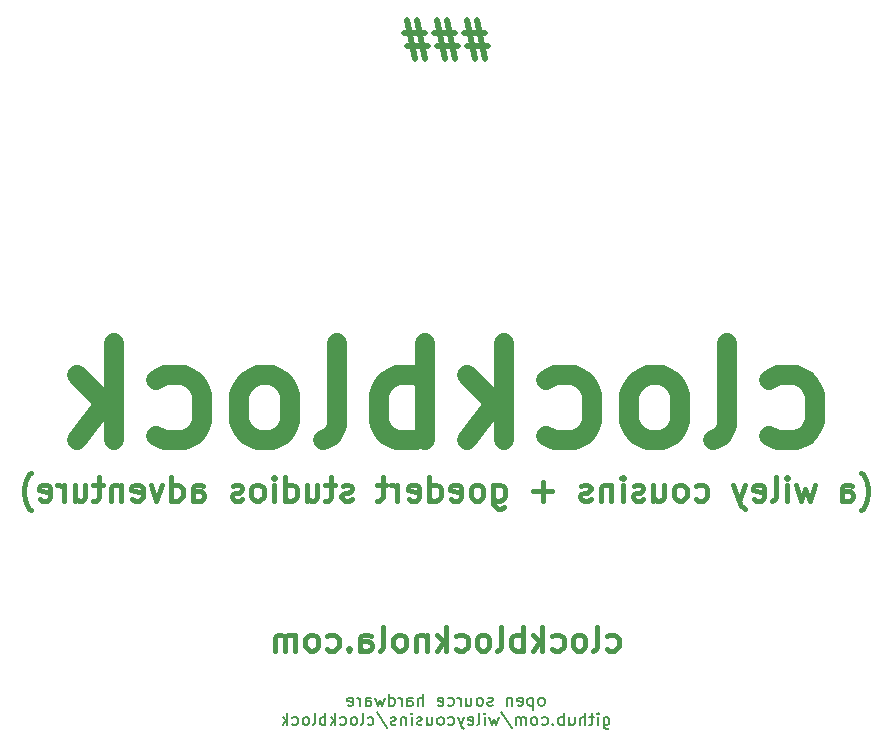
<source format=gbo>
G04 (created by PCBNEW (2013-07-07 BZR 4022)-stable) date 11/9/2013 6:13:16 PM*
%MOIN*%
G04 Gerber Fmt 3.4, Leading zero omitted, Abs format*
%FSLAX34Y34*%
G01*
G70*
G90*
G04 APERTURE LIST*
%ADD10C,0.006*%
%ADD11C,0.02*%
%ADD12C,0.008*%
%ADD13C,0.016*%
%ADD14C,0.065*%
%ADD15R,0.0729291X0.0729291*%
%ADD16C,0.0729291*%
%ADD17C,0.147732*%
%ADD18C,0.021*%
%ADD19C,0.104425*%
G04 APERTURE END LIST*
G54D10*
G54D11*
X16309Y27261D02*
X15595Y27261D01*
X16023Y27690D02*
X16309Y26404D01*
X15690Y26833D02*
X16404Y26833D01*
X15976Y26404D02*
X15690Y27690D01*
X15309Y27261D02*
X14595Y27261D01*
X15023Y27690D02*
X15309Y26404D01*
X14690Y26833D02*
X15404Y26833D01*
X14976Y26404D02*
X14690Y27690D01*
X14309Y27261D02*
X13595Y27261D01*
X14023Y27690D02*
X14309Y26404D01*
X13690Y26833D02*
X14404Y26833D01*
X13976Y26404D02*
X13690Y27690D01*
G54D12*
X18209Y4838D02*
X18247Y4857D01*
X18266Y4876D01*
X18285Y4914D01*
X18285Y5028D01*
X18266Y5066D01*
X18247Y5085D01*
X18209Y5104D01*
X18152Y5104D01*
X18114Y5085D01*
X18095Y5066D01*
X18076Y5028D01*
X18076Y4914D01*
X18095Y4876D01*
X18114Y4857D01*
X18152Y4838D01*
X18209Y4838D01*
X17904Y5104D02*
X17904Y4704D01*
X17904Y5085D02*
X17866Y5104D01*
X17790Y5104D01*
X17752Y5085D01*
X17733Y5066D01*
X17714Y5028D01*
X17714Y4914D01*
X17733Y4876D01*
X17752Y4857D01*
X17790Y4838D01*
X17866Y4838D01*
X17904Y4857D01*
X17390Y4857D02*
X17428Y4838D01*
X17504Y4838D01*
X17542Y4857D01*
X17561Y4895D01*
X17561Y5047D01*
X17542Y5085D01*
X17504Y5104D01*
X17428Y5104D01*
X17390Y5085D01*
X17371Y5047D01*
X17371Y5009D01*
X17561Y4971D01*
X17199Y5104D02*
X17199Y4838D01*
X17199Y5066D02*
X17180Y5085D01*
X17142Y5104D01*
X17085Y5104D01*
X17047Y5085D01*
X17028Y5047D01*
X17028Y4838D01*
X16552Y4857D02*
X16514Y4838D01*
X16438Y4838D01*
X16399Y4857D01*
X16380Y4895D01*
X16380Y4914D01*
X16399Y4952D01*
X16438Y4971D01*
X16495Y4971D01*
X16533Y4990D01*
X16552Y5028D01*
X16552Y5047D01*
X16533Y5085D01*
X16495Y5104D01*
X16438Y5104D01*
X16399Y5085D01*
X16152Y4838D02*
X16190Y4857D01*
X16209Y4876D01*
X16228Y4914D01*
X16228Y5028D01*
X16209Y5066D01*
X16190Y5085D01*
X16152Y5104D01*
X16095Y5104D01*
X16057Y5085D01*
X16038Y5066D01*
X16019Y5028D01*
X16019Y4914D01*
X16038Y4876D01*
X16057Y4857D01*
X16095Y4838D01*
X16152Y4838D01*
X15676Y5104D02*
X15676Y4838D01*
X15847Y5104D02*
X15847Y4895D01*
X15828Y4857D01*
X15790Y4838D01*
X15733Y4838D01*
X15695Y4857D01*
X15676Y4876D01*
X15485Y4838D02*
X15485Y5104D01*
X15485Y5028D02*
X15466Y5066D01*
X15447Y5085D01*
X15409Y5104D01*
X15371Y5104D01*
X15066Y4857D02*
X15104Y4838D01*
X15180Y4838D01*
X15219Y4857D01*
X15238Y4876D01*
X15257Y4914D01*
X15257Y5028D01*
X15238Y5066D01*
X15219Y5085D01*
X15180Y5104D01*
X15104Y5104D01*
X15066Y5085D01*
X14742Y4857D02*
X14780Y4838D01*
X14857Y4838D01*
X14895Y4857D01*
X14914Y4895D01*
X14914Y5047D01*
X14895Y5085D01*
X14857Y5104D01*
X14780Y5104D01*
X14742Y5085D01*
X14723Y5047D01*
X14723Y5009D01*
X14914Y4971D01*
X14247Y4838D02*
X14247Y5238D01*
X14076Y4838D02*
X14076Y5047D01*
X14095Y5085D01*
X14133Y5104D01*
X14190Y5104D01*
X14228Y5085D01*
X14247Y5066D01*
X13714Y4838D02*
X13714Y5047D01*
X13733Y5085D01*
X13771Y5104D01*
X13847Y5104D01*
X13885Y5085D01*
X13714Y4857D02*
X13752Y4838D01*
X13847Y4838D01*
X13885Y4857D01*
X13904Y4895D01*
X13904Y4933D01*
X13885Y4971D01*
X13847Y4990D01*
X13752Y4990D01*
X13714Y5009D01*
X13523Y4838D02*
X13523Y5104D01*
X13523Y5028D02*
X13504Y5066D01*
X13485Y5085D01*
X13447Y5104D01*
X13409Y5104D01*
X13104Y4838D02*
X13104Y5238D01*
X13104Y4857D02*
X13142Y4838D01*
X13219Y4838D01*
X13257Y4857D01*
X13276Y4876D01*
X13295Y4914D01*
X13295Y5028D01*
X13276Y5066D01*
X13257Y5085D01*
X13219Y5104D01*
X13142Y5104D01*
X13104Y5085D01*
X12952Y5104D02*
X12876Y4838D01*
X12800Y5028D01*
X12723Y4838D01*
X12647Y5104D01*
X12323Y4838D02*
X12323Y5047D01*
X12342Y5085D01*
X12380Y5104D01*
X12457Y5104D01*
X12495Y5085D01*
X12323Y4857D02*
X12361Y4838D01*
X12457Y4838D01*
X12495Y4857D01*
X12514Y4895D01*
X12514Y4933D01*
X12495Y4971D01*
X12457Y4990D01*
X12361Y4990D01*
X12323Y5009D01*
X12133Y4838D02*
X12133Y5104D01*
X12133Y5028D02*
X12114Y5066D01*
X12095Y5085D01*
X12057Y5104D01*
X12019Y5104D01*
X11733Y4857D02*
X11771Y4838D01*
X11847Y4838D01*
X11885Y4857D01*
X11904Y4895D01*
X11904Y5047D01*
X11885Y5085D01*
X11847Y5104D01*
X11771Y5104D01*
X11733Y5085D01*
X11714Y5047D01*
X11714Y5009D01*
X11904Y4971D01*
X20257Y4464D02*
X20257Y4140D01*
X20276Y4102D01*
X20295Y4083D01*
X20333Y4064D01*
X20390Y4064D01*
X20428Y4083D01*
X20257Y4217D02*
X20295Y4198D01*
X20371Y4198D01*
X20409Y4217D01*
X20428Y4236D01*
X20447Y4274D01*
X20447Y4388D01*
X20428Y4426D01*
X20409Y4445D01*
X20371Y4464D01*
X20295Y4464D01*
X20257Y4445D01*
X20066Y4198D02*
X20066Y4464D01*
X20066Y4598D02*
X20085Y4579D01*
X20066Y4560D01*
X20047Y4579D01*
X20066Y4598D01*
X20066Y4560D01*
X19933Y4464D02*
X19780Y4464D01*
X19876Y4598D02*
X19876Y4255D01*
X19857Y4217D01*
X19819Y4198D01*
X19780Y4198D01*
X19647Y4198D02*
X19647Y4598D01*
X19476Y4198D02*
X19476Y4407D01*
X19495Y4445D01*
X19533Y4464D01*
X19590Y4464D01*
X19628Y4445D01*
X19647Y4426D01*
X19114Y4464D02*
X19114Y4198D01*
X19285Y4464D02*
X19285Y4255D01*
X19266Y4217D01*
X19228Y4198D01*
X19171Y4198D01*
X19133Y4217D01*
X19114Y4236D01*
X18923Y4198D02*
X18923Y4598D01*
X18923Y4445D02*
X18885Y4464D01*
X18809Y4464D01*
X18771Y4445D01*
X18752Y4426D01*
X18733Y4388D01*
X18733Y4274D01*
X18752Y4236D01*
X18771Y4217D01*
X18809Y4198D01*
X18885Y4198D01*
X18923Y4217D01*
X18561Y4236D02*
X18542Y4217D01*
X18561Y4198D01*
X18580Y4217D01*
X18561Y4236D01*
X18561Y4198D01*
X18199Y4217D02*
X18238Y4198D01*
X18314Y4198D01*
X18352Y4217D01*
X18371Y4236D01*
X18390Y4274D01*
X18390Y4388D01*
X18371Y4426D01*
X18352Y4445D01*
X18314Y4464D01*
X18238Y4464D01*
X18199Y4445D01*
X17971Y4198D02*
X18009Y4217D01*
X18028Y4236D01*
X18047Y4274D01*
X18047Y4388D01*
X18028Y4426D01*
X18009Y4445D01*
X17971Y4464D01*
X17914Y4464D01*
X17876Y4445D01*
X17857Y4426D01*
X17838Y4388D01*
X17838Y4274D01*
X17857Y4236D01*
X17876Y4217D01*
X17914Y4198D01*
X17971Y4198D01*
X17666Y4198D02*
X17666Y4464D01*
X17666Y4426D02*
X17647Y4445D01*
X17609Y4464D01*
X17552Y4464D01*
X17514Y4445D01*
X17495Y4407D01*
X17495Y4198D01*
X17495Y4407D02*
X17476Y4445D01*
X17438Y4464D01*
X17380Y4464D01*
X17342Y4445D01*
X17323Y4407D01*
X17323Y4198D01*
X16847Y4617D02*
X17190Y4102D01*
X16752Y4464D02*
X16676Y4198D01*
X16599Y4388D01*
X16523Y4198D01*
X16447Y4464D01*
X16295Y4198D02*
X16295Y4464D01*
X16295Y4598D02*
X16314Y4579D01*
X16295Y4560D01*
X16276Y4579D01*
X16295Y4598D01*
X16295Y4560D01*
X16047Y4198D02*
X16085Y4217D01*
X16104Y4255D01*
X16104Y4598D01*
X15742Y4217D02*
X15780Y4198D01*
X15857Y4198D01*
X15895Y4217D01*
X15914Y4255D01*
X15914Y4407D01*
X15895Y4445D01*
X15857Y4464D01*
X15780Y4464D01*
X15742Y4445D01*
X15723Y4407D01*
X15723Y4369D01*
X15914Y4331D01*
X15590Y4464D02*
X15495Y4198D01*
X15399Y4464D02*
X15495Y4198D01*
X15533Y4102D01*
X15552Y4083D01*
X15590Y4064D01*
X15076Y4217D02*
X15114Y4198D01*
X15190Y4198D01*
X15228Y4217D01*
X15247Y4236D01*
X15266Y4274D01*
X15266Y4388D01*
X15247Y4426D01*
X15228Y4445D01*
X15190Y4464D01*
X15114Y4464D01*
X15076Y4445D01*
X14847Y4198D02*
X14885Y4217D01*
X14904Y4236D01*
X14923Y4274D01*
X14923Y4388D01*
X14904Y4426D01*
X14885Y4445D01*
X14847Y4464D01*
X14790Y4464D01*
X14752Y4445D01*
X14733Y4426D01*
X14714Y4388D01*
X14714Y4274D01*
X14733Y4236D01*
X14752Y4217D01*
X14790Y4198D01*
X14847Y4198D01*
X14371Y4464D02*
X14371Y4198D01*
X14542Y4464D02*
X14542Y4255D01*
X14523Y4217D01*
X14485Y4198D01*
X14428Y4198D01*
X14390Y4217D01*
X14371Y4236D01*
X14199Y4217D02*
X14161Y4198D01*
X14085Y4198D01*
X14047Y4217D01*
X14028Y4255D01*
X14028Y4274D01*
X14047Y4312D01*
X14085Y4331D01*
X14142Y4331D01*
X14180Y4350D01*
X14199Y4388D01*
X14199Y4407D01*
X14180Y4445D01*
X14142Y4464D01*
X14085Y4464D01*
X14047Y4445D01*
X13857Y4198D02*
X13857Y4464D01*
X13857Y4598D02*
X13876Y4579D01*
X13857Y4560D01*
X13838Y4579D01*
X13857Y4598D01*
X13857Y4560D01*
X13666Y4464D02*
X13666Y4198D01*
X13666Y4426D02*
X13647Y4445D01*
X13609Y4464D01*
X13552Y4464D01*
X13514Y4445D01*
X13495Y4407D01*
X13495Y4198D01*
X13323Y4217D02*
X13285Y4198D01*
X13209Y4198D01*
X13171Y4217D01*
X13152Y4255D01*
X13152Y4274D01*
X13171Y4312D01*
X13209Y4331D01*
X13266Y4331D01*
X13304Y4350D01*
X13323Y4388D01*
X13323Y4407D01*
X13304Y4445D01*
X13266Y4464D01*
X13209Y4464D01*
X13171Y4445D01*
X12695Y4617D02*
X13038Y4102D01*
X12390Y4217D02*
X12428Y4198D01*
X12504Y4198D01*
X12542Y4217D01*
X12561Y4236D01*
X12580Y4274D01*
X12580Y4388D01*
X12561Y4426D01*
X12542Y4445D01*
X12504Y4464D01*
X12428Y4464D01*
X12390Y4445D01*
X12161Y4198D02*
X12199Y4217D01*
X12219Y4255D01*
X12219Y4598D01*
X11952Y4198D02*
X11990Y4217D01*
X12009Y4236D01*
X12028Y4274D01*
X12028Y4388D01*
X12009Y4426D01*
X11990Y4445D01*
X11952Y4464D01*
X11895Y4464D01*
X11857Y4445D01*
X11838Y4426D01*
X11819Y4388D01*
X11819Y4274D01*
X11838Y4236D01*
X11857Y4217D01*
X11895Y4198D01*
X11952Y4198D01*
X11476Y4217D02*
X11514Y4198D01*
X11590Y4198D01*
X11628Y4217D01*
X11647Y4236D01*
X11666Y4274D01*
X11666Y4388D01*
X11647Y4426D01*
X11628Y4445D01*
X11590Y4464D01*
X11514Y4464D01*
X11476Y4445D01*
X11304Y4198D02*
X11304Y4598D01*
X11266Y4350D02*
X11152Y4198D01*
X11152Y4464D02*
X11304Y4312D01*
X10980Y4198D02*
X10980Y4598D01*
X10980Y4445D02*
X10942Y4464D01*
X10866Y4464D01*
X10828Y4445D01*
X10809Y4426D01*
X10790Y4388D01*
X10790Y4274D01*
X10809Y4236D01*
X10828Y4217D01*
X10866Y4198D01*
X10942Y4198D01*
X10980Y4217D01*
X10561Y4198D02*
X10600Y4217D01*
X10619Y4255D01*
X10619Y4598D01*
X10352Y4198D02*
X10390Y4217D01*
X10409Y4236D01*
X10428Y4274D01*
X10428Y4388D01*
X10409Y4426D01*
X10390Y4445D01*
X10352Y4464D01*
X10295Y4464D01*
X10257Y4445D01*
X10238Y4426D01*
X10219Y4388D01*
X10219Y4274D01*
X10238Y4236D01*
X10257Y4217D01*
X10295Y4198D01*
X10352Y4198D01*
X9876Y4217D02*
X9914Y4198D01*
X9990Y4198D01*
X10028Y4217D01*
X10047Y4236D01*
X10066Y4274D01*
X10066Y4388D01*
X10047Y4426D01*
X10028Y4445D01*
X9990Y4464D01*
X9914Y4464D01*
X9876Y4445D01*
X9704Y4198D02*
X9704Y4598D01*
X9666Y4350D02*
X9552Y4198D01*
X9552Y4464D02*
X9704Y4312D01*
G54D13*
X20371Y6714D02*
X20447Y6676D01*
X20599Y6676D01*
X20676Y6714D01*
X20714Y6752D01*
X20752Y6828D01*
X20752Y7057D01*
X20714Y7133D01*
X20676Y7171D01*
X20599Y7209D01*
X20447Y7209D01*
X20371Y7171D01*
X19914Y6676D02*
X19990Y6714D01*
X20028Y6790D01*
X20028Y7476D01*
X19495Y6676D02*
X19571Y6714D01*
X19609Y6752D01*
X19647Y6828D01*
X19647Y7057D01*
X19609Y7133D01*
X19571Y7171D01*
X19495Y7209D01*
X19380Y7209D01*
X19304Y7171D01*
X19266Y7133D01*
X19228Y7057D01*
X19228Y6828D01*
X19266Y6752D01*
X19304Y6714D01*
X19380Y6676D01*
X19495Y6676D01*
X18542Y6714D02*
X18619Y6676D01*
X18771Y6676D01*
X18847Y6714D01*
X18885Y6752D01*
X18923Y6828D01*
X18923Y7057D01*
X18885Y7133D01*
X18847Y7171D01*
X18771Y7209D01*
X18619Y7209D01*
X18542Y7171D01*
X18199Y6676D02*
X18199Y7476D01*
X18123Y6980D02*
X17895Y6676D01*
X17895Y7209D02*
X18199Y6904D01*
X17552Y6676D02*
X17552Y7476D01*
X17552Y7171D02*
X17476Y7209D01*
X17323Y7209D01*
X17247Y7171D01*
X17209Y7133D01*
X17171Y7057D01*
X17171Y6828D01*
X17209Y6752D01*
X17247Y6714D01*
X17323Y6676D01*
X17476Y6676D01*
X17552Y6714D01*
X16714Y6676D02*
X16790Y6714D01*
X16828Y6790D01*
X16828Y7476D01*
X16295Y6676D02*
X16371Y6714D01*
X16409Y6752D01*
X16447Y6828D01*
X16447Y7057D01*
X16409Y7133D01*
X16371Y7171D01*
X16295Y7209D01*
X16180Y7209D01*
X16104Y7171D01*
X16066Y7133D01*
X16028Y7057D01*
X16028Y6828D01*
X16066Y6752D01*
X16104Y6714D01*
X16180Y6676D01*
X16295Y6676D01*
X15342Y6714D02*
X15419Y6676D01*
X15571Y6676D01*
X15647Y6714D01*
X15685Y6752D01*
X15723Y6828D01*
X15723Y7057D01*
X15685Y7133D01*
X15647Y7171D01*
X15571Y7209D01*
X15419Y7209D01*
X15342Y7171D01*
X14999Y6676D02*
X14999Y7476D01*
X14923Y6980D02*
X14695Y6676D01*
X14695Y7209D02*
X14999Y6904D01*
X14352Y7209D02*
X14352Y6676D01*
X14352Y7133D02*
X14314Y7171D01*
X14238Y7209D01*
X14123Y7209D01*
X14047Y7171D01*
X14009Y7095D01*
X14009Y6676D01*
X13514Y6676D02*
X13590Y6714D01*
X13628Y6752D01*
X13666Y6828D01*
X13666Y7057D01*
X13628Y7133D01*
X13590Y7171D01*
X13514Y7209D01*
X13400Y7209D01*
X13323Y7171D01*
X13285Y7133D01*
X13247Y7057D01*
X13247Y6828D01*
X13285Y6752D01*
X13323Y6714D01*
X13400Y6676D01*
X13514Y6676D01*
X12790Y6676D02*
X12866Y6714D01*
X12904Y6790D01*
X12904Y7476D01*
X12142Y6676D02*
X12142Y7095D01*
X12180Y7171D01*
X12257Y7209D01*
X12409Y7209D01*
X12485Y7171D01*
X12142Y6714D02*
X12219Y6676D01*
X12409Y6676D01*
X12485Y6714D01*
X12523Y6790D01*
X12523Y6866D01*
X12485Y6942D01*
X12409Y6980D01*
X12219Y6980D01*
X12142Y7019D01*
X11761Y6752D02*
X11723Y6714D01*
X11761Y6676D01*
X11800Y6714D01*
X11761Y6752D01*
X11761Y6676D01*
X11038Y6714D02*
X11114Y6676D01*
X11266Y6676D01*
X11342Y6714D01*
X11380Y6752D01*
X11419Y6828D01*
X11419Y7057D01*
X11380Y7133D01*
X11342Y7171D01*
X11266Y7209D01*
X11114Y7209D01*
X11038Y7171D01*
X10580Y6676D02*
X10657Y6714D01*
X10695Y6752D01*
X10733Y6828D01*
X10733Y7057D01*
X10695Y7133D01*
X10657Y7171D01*
X10580Y7209D01*
X10466Y7209D01*
X10390Y7171D01*
X10352Y7133D01*
X10314Y7057D01*
X10314Y6828D01*
X10352Y6752D01*
X10390Y6714D01*
X10466Y6676D01*
X10580Y6676D01*
X9971Y6676D02*
X9971Y7209D01*
X9971Y7133D02*
X9933Y7171D01*
X9857Y7209D01*
X9742Y7209D01*
X9666Y7171D01*
X9628Y7095D01*
X9628Y6676D01*
X9628Y7095D02*
X9590Y7171D01*
X9514Y7209D01*
X9400Y7209D01*
X9323Y7171D01*
X9285Y7095D01*
X9285Y6676D01*
X28847Y11371D02*
X28885Y11409D01*
X28961Y11523D01*
X28999Y11600D01*
X29038Y11714D01*
X29076Y11904D01*
X29076Y12057D01*
X29038Y12247D01*
X28999Y12361D01*
X28961Y12438D01*
X28885Y12552D01*
X28847Y12590D01*
X28199Y11676D02*
X28199Y12095D01*
X28238Y12171D01*
X28314Y12209D01*
X28466Y12209D01*
X28542Y12171D01*
X28199Y11714D02*
X28276Y11676D01*
X28466Y11676D01*
X28542Y11714D01*
X28580Y11790D01*
X28580Y11866D01*
X28542Y11942D01*
X28466Y11980D01*
X28276Y11980D01*
X28199Y12019D01*
X27285Y12209D02*
X27133Y11676D01*
X26980Y12057D01*
X26828Y11676D01*
X26676Y12209D01*
X26371Y11676D02*
X26371Y12209D01*
X26371Y12476D02*
X26409Y12438D01*
X26371Y12400D01*
X26333Y12438D01*
X26371Y12476D01*
X26371Y12400D01*
X25876Y11676D02*
X25952Y11714D01*
X25990Y11790D01*
X25990Y12476D01*
X25266Y11714D02*
X25342Y11676D01*
X25495Y11676D01*
X25571Y11714D01*
X25609Y11790D01*
X25609Y12095D01*
X25571Y12171D01*
X25495Y12209D01*
X25342Y12209D01*
X25266Y12171D01*
X25228Y12095D01*
X25228Y12019D01*
X25609Y11942D01*
X24961Y12209D02*
X24771Y11676D01*
X24580Y12209D02*
X24771Y11676D01*
X24847Y11485D01*
X24885Y11447D01*
X24961Y11409D01*
X23323Y11714D02*
X23399Y11676D01*
X23552Y11676D01*
X23628Y11714D01*
X23666Y11752D01*
X23704Y11828D01*
X23704Y12057D01*
X23666Y12133D01*
X23628Y12171D01*
X23552Y12209D01*
X23399Y12209D01*
X23323Y12171D01*
X22866Y11676D02*
X22942Y11714D01*
X22980Y11752D01*
X23019Y11828D01*
X23019Y12057D01*
X22980Y12133D01*
X22942Y12171D01*
X22866Y12209D01*
X22752Y12209D01*
X22676Y12171D01*
X22638Y12133D01*
X22599Y12057D01*
X22599Y11828D01*
X22638Y11752D01*
X22676Y11714D01*
X22752Y11676D01*
X22866Y11676D01*
X21914Y12209D02*
X21914Y11676D01*
X22257Y12209D02*
X22257Y11790D01*
X22219Y11714D01*
X22142Y11676D01*
X22028Y11676D01*
X21952Y11714D01*
X21914Y11752D01*
X21571Y11714D02*
X21495Y11676D01*
X21342Y11676D01*
X21266Y11714D01*
X21228Y11790D01*
X21228Y11828D01*
X21266Y11904D01*
X21342Y11942D01*
X21457Y11942D01*
X21533Y11980D01*
X21571Y12057D01*
X21571Y12095D01*
X21533Y12171D01*
X21457Y12209D01*
X21342Y12209D01*
X21266Y12171D01*
X20885Y11676D02*
X20885Y12209D01*
X20885Y12476D02*
X20923Y12438D01*
X20885Y12400D01*
X20847Y12438D01*
X20885Y12476D01*
X20885Y12400D01*
X20504Y12209D02*
X20504Y11676D01*
X20504Y12133D02*
X20466Y12171D01*
X20390Y12209D01*
X20276Y12209D01*
X20199Y12171D01*
X20161Y12095D01*
X20161Y11676D01*
X19819Y11714D02*
X19742Y11676D01*
X19590Y11676D01*
X19514Y11714D01*
X19476Y11790D01*
X19476Y11828D01*
X19514Y11904D01*
X19590Y11942D01*
X19704Y11942D01*
X19780Y11980D01*
X19819Y12057D01*
X19819Y12095D01*
X19780Y12171D01*
X19704Y12209D01*
X19590Y12209D01*
X19514Y12171D01*
X18523Y11980D02*
X17914Y11980D01*
X18219Y11676D02*
X18219Y12285D01*
X16580Y12209D02*
X16580Y11561D01*
X16619Y11485D01*
X16657Y11447D01*
X16733Y11409D01*
X16847Y11409D01*
X16923Y11447D01*
X16580Y11714D02*
X16657Y11676D01*
X16809Y11676D01*
X16885Y11714D01*
X16923Y11752D01*
X16961Y11828D01*
X16961Y12057D01*
X16923Y12133D01*
X16885Y12171D01*
X16809Y12209D01*
X16657Y12209D01*
X16580Y12171D01*
X16085Y11676D02*
X16161Y11714D01*
X16199Y11752D01*
X16238Y11828D01*
X16238Y12057D01*
X16199Y12133D01*
X16161Y12171D01*
X16085Y12209D01*
X15971Y12209D01*
X15895Y12171D01*
X15857Y12133D01*
X15819Y12057D01*
X15819Y11828D01*
X15857Y11752D01*
X15895Y11714D01*
X15971Y11676D01*
X16085Y11676D01*
X15171Y11714D02*
X15247Y11676D01*
X15400Y11676D01*
X15476Y11714D01*
X15514Y11790D01*
X15514Y12095D01*
X15476Y12171D01*
X15400Y12209D01*
X15247Y12209D01*
X15171Y12171D01*
X15133Y12095D01*
X15133Y12019D01*
X15514Y11942D01*
X14447Y11676D02*
X14447Y12476D01*
X14447Y11714D02*
X14523Y11676D01*
X14676Y11676D01*
X14752Y11714D01*
X14790Y11752D01*
X14828Y11828D01*
X14828Y12057D01*
X14790Y12133D01*
X14752Y12171D01*
X14676Y12209D01*
X14523Y12209D01*
X14447Y12171D01*
X13761Y11714D02*
X13838Y11676D01*
X13990Y11676D01*
X14066Y11714D01*
X14104Y11790D01*
X14104Y12095D01*
X14066Y12171D01*
X13990Y12209D01*
X13838Y12209D01*
X13761Y12171D01*
X13723Y12095D01*
X13723Y12019D01*
X14104Y11942D01*
X13380Y11676D02*
X13380Y12209D01*
X13380Y12057D02*
X13342Y12133D01*
X13304Y12171D01*
X13228Y12209D01*
X13152Y12209D01*
X13000Y12209D02*
X12695Y12209D01*
X12885Y12476D02*
X12885Y11790D01*
X12847Y11714D01*
X12771Y11676D01*
X12695Y11676D01*
X11857Y11714D02*
X11780Y11676D01*
X11628Y11676D01*
X11552Y11714D01*
X11514Y11790D01*
X11514Y11828D01*
X11552Y11904D01*
X11628Y11942D01*
X11742Y11942D01*
X11819Y11980D01*
X11857Y12057D01*
X11857Y12095D01*
X11819Y12171D01*
X11742Y12209D01*
X11628Y12209D01*
X11552Y12171D01*
X11285Y12209D02*
X10980Y12209D01*
X11171Y12476D02*
X11171Y11790D01*
X11133Y11714D01*
X11057Y11676D01*
X10980Y11676D01*
X10371Y12209D02*
X10371Y11676D01*
X10714Y12209D02*
X10714Y11790D01*
X10676Y11714D01*
X10600Y11676D01*
X10485Y11676D01*
X10409Y11714D01*
X10371Y11752D01*
X9647Y11676D02*
X9647Y12476D01*
X9647Y11714D02*
X9723Y11676D01*
X9876Y11676D01*
X9952Y11714D01*
X9990Y11752D01*
X10028Y11828D01*
X10028Y12057D01*
X9990Y12133D01*
X9952Y12171D01*
X9876Y12209D01*
X9723Y12209D01*
X9647Y12171D01*
X9266Y11676D02*
X9266Y12209D01*
X9266Y12476D02*
X9304Y12438D01*
X9266Y12400D01*
X9228Y12438D01*
X9266Y12476D01*
X9266Y12400D01*
X8771Y11676D02*
X8847Y11714D01*
X8885Y11752D01*
X8923Y11828D01*
X8923Y12057D01*
X8885Y12133D01*
X8847Y12171D01*
X8771Y12209D01*
X8657Y12209D01*
X8580Y12171D01*
X8542Y12133D01*
X8504Y12057D01*
X8504Y11828D01*
X8542Y11752D01*
X8580Y11714D01*
X8657Y11676D01*
X8771Y11676D01*
X8200Y11714D02*
X8123Y11676D01*
X7971Y11676D01*
X7895Y11714D01*
X7857Y11790D01*
X7857Y11828D01*
X7895Y11904D01*
X7971Y11942D01*
X8085Y11942D01*
X8161Y11980D01*
X8200Y12057D01*
X8200Y12095D01*
X8161Y12171D01*
X8085Y12209D01*
X7971Y12209D01*
X7895Y12171D01*
X6561Y11676D02*
X6561Y12095D01*
X6600Y12171D01*
X6676Y12209D01*
X6828Y12209D01*
X6904Y12171D01*
X6561Y11714D02*
X6638Y11676D01*
X6828Y11676D01*
X6904Y11714D01*
X6942Y11790D01*
X6942Y11866D01*
X6904Y11942D01*
X6828Y11980D01*
X6638Y11980D01*
X6561Y12019D01*
X5838Y11676D02*
X5838Y12476D01*
X5838Y11714D02*
X5914Y11676D01*
X6066Y11676D01*
X6142Y11714D01*
X6180Y11752D01*
X6219Y11828D01*
X6219Y12057D01*
X6180Y12133D01*
X6142Y12171D01*
X6066Y12209D01*
X5914Y12209D01*
X5838Y12171D01*
X5533Y12209D02*
X5342Y11676D01*
X5152Y12209D01*
X4542Y11714D02*
X4619Y11676D01*
X4771Y11676D01*
X4847Y11714D01*
X4885Y11790D01*
X4885Y12095D01*
X4847Y12171D01*
X4771Y12209D01*
X4619Y12209D01*
X4542Y12171D01*
X4504Y12095D01*
X4504Y12019D01*
X4885Y11942D01*
X4161Y12209D02*
X4161Y11676D01*
X4161Y12133D02*
X4123Y12171D01*
X4047Y12209D01*
X3933Y12209D01*
X3857Y12171D01*
X3819Y12095D01*
X3819Y11676D01*
X3552Y12209D02*
X3247Y12209D01*
X3438Y12476D02*
X3438Y11790D01*
X3400Y11714D01*
X3323Y11676D01*
X3247Y11676D01*
X2638Y12209D02*
X2638Y11676D01*
X2980Y12209D02*
X2980Y11790D01*
X2942Y11714D01*
X2866Y11676D01*
X2752Y11676D01*
X2676Y11714D01*
X2638Y11752D01*
X2257Y11676D02*
X2257Y12209D01*
X2257Y12057D02*
X2219Y12133D01*
X2180Y12171D01*
X2104Y12209D01*
X2028Y12209D01*
X1457Y11714D02*
X1533Y11676D01*
X1685Y11676D01*
X1761Y11714D01*
X1800Y11790D01*
X1800Y12095D01*
X1761Y12171D01*
X1685Y12209D01*
X1533Y12209D01*
X1457Y12171D01*
X1419Y12095D01*
X1419Y12019D01*
X1800Y11942D01*
X1152Y11371D02*
X1114Y11409D01*
X1038Y11523D01*
X1000Y11600D01*
X961Y11714D01*
X923Y11904D01*
X923Y12057D01*
X961Y12247D01*
X1000Y12361D01*
X1038Y12438D01*
X1114Y12552D01*
X1152Y12590D01*
G54D14*
X25755Y13839D02*
X26065Y13684D01*
X26684Y13684D01*
X26994Y13839D01*
X27148Y13994D01*
X27303Y14303D01*
X27303Y15232D01*
X27148Y15541D01*
X26994Y15696D01*
X26684Y15851D01*
X26065Y15851D01*
X25755Y15696D01*
X23898Y13684D02*
X24208Y13839D01*
X24363Y14148D01*
X24363Y16934D01*
X22196Y13684D02*
X22505Y13839D01*
X22660Y13994D01*
X22815Y14303D01*
X22815Y15232D01*
X22660Y15541D01*
X22505Y15696D01*
X22196Y15851D01*
X21732Y15851D01*
X21422Y15696D01*
X21267Y15541D01*
X21113Y15232D01*
X21113Y14303D01*
X21267Y13994D01*
X21422Y13839D01*
X21732Y13684D01*
X22196Y13684D01*
X18327Y13839D02*
X18636Y13684D01*
X19255Y13684D01*
X19565Y13839D01*
X19720Y13994D01*
X19875Y14303D01*
X19875Y15232D01*
X19720Y15541D01*
X19565Y15696D01*
X19255Y15851D01*
X18636Y15851D01*
X18327Y15696D01*
X16934Y13684D02*
X16934Y16934D01*
X16625Y14922D02*
X15696Y13684D01*
X15696Y15851D02*
X16934Y14613D01*
X14303Y13684D02*
X14303Y16934D01*
X14303Y15696D02*
X13994Y15851D01*
X13375Y15851D01*
X13065Y15696D01*
X12910Y15541D01*
X12755Y15232D01*
X12755Y14303D01*
X12910Y13994D01*
X13065Y13839D01*
X13375Y13684D01*
X13994Y13684D01*
X14303Y13839D01*
X10898Y13684D02*
X11208Y13839D01*
X11363Y14148D01*
X11363Y16934D01*
X9196Y13684D02*
X9505Y13839D01*
X9660Y13994D01*
X9815Y14303D01*
X9815Y15232D01*
X9660Y15541D01*
X9505Y15696D01*
X9196Y15851D01*
X8732Y15851D01*
X8422Y15696D01*
X8267Y15541D01*
X8113Y15232D01*
X8113Y14303D01*
X8267Y13994D01*
X8422Y13839D01*
X8732Y13684D01*
X9196Y13684D01*
X5327Y13839D02*
X5636Y13684D01*
X6255Y13684D01*
X6565Y13839D01*
X6720Y13994D01*
X6874Y14303D01*
X6874Y15232D01*
X6720Y15541D01*
X6565Y15696D01*
X6255Y15851D01*
X5636Y15851D01*
X5327Y15696D01*
X3934Y13684D02*
X3934Y16934D01*
X3624Y14922D02*
X2696Y13684D01*
X2696Y15851D02*
X3934Y14613D01*
%LPC*%
G54D15*
X9500Y11000D03*
G54D16*
X10500Y11000D03*
X9500Y10000D03*
X10500Y10000D03*
X9500Y9000D03*
X10500Y9000D03*
G54D17*
X23750Y23750D03*
X6250Y6250D03*
X23750Y6250D03*
X6250Y23750D03*
G54D18*
X30500Y14800D03*
X30500Y15200D03*
G54D19*
X31750Y29250D03*
X40250Y29250D03*
X31750Y750D03*
X40250Y750D03*
M02*

</source>
